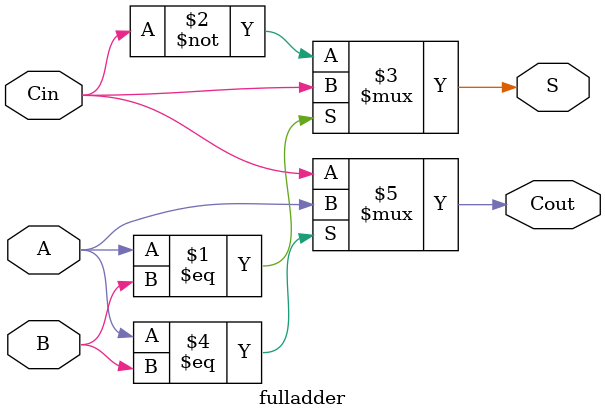
<source format=v>
module fulladder
(input A,B,Cin,
output S,Cout);

/*
assign Cout = (Cin) ? (A|B) : (A&B);
assign S = (Cin) ? (A~^B) : (A^B);
*/

assign S = (A == B) ? Cin : ~Cin;

assign Cout = (A == B) ? A : Cin;
endmodule 
</source>
